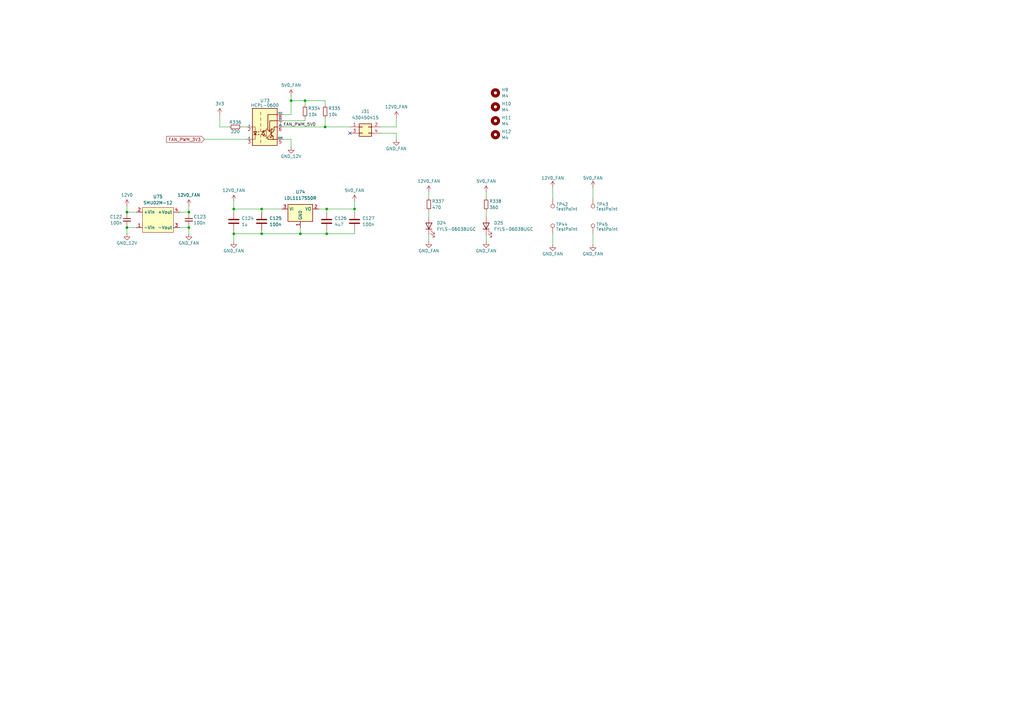
<source format=kicad_sch>
(kicad_sch (version 20231120) (generator "eeschema") (generator_version "8.0")
  (paper "A3")
  (lib_symbols
    (symbol "Connector:TestPoint" (pin_numbers hide) (pin_names (offset 0.762) hide)
      (property "Reference" "TP" (at 0 6.858 0))
      (property "Value" "TestPoint" (at 0 5.08 0))
      (symbol "TestPoint_0_1"
        (circle (center 0 3.302) (radius 0.762))
      )
      (symbol "TestPoint_1_1"
        (pin passive line (at 0 0 90) (length 2.54) (name "1") (number "1"))
      )
    )
    (symbol "Connector_Generic:Conn_02x02_Odd_Even" (pin_names (offset 1.016) hide)
      (property "Reference" "J" (at 1.27 2.54 0))
      (property "Value" "Conn_02x02_Odd_Even" (at 1.27 -5.08 0))
      (symbol "Conn_02x02_Odd_Even_1_1"
        (rectangle (start -1.27 -2.413) (end 0 -2.667) (stroke (width 0.1524)))
        (rectangle (start -1.27 0.127) (end 0 -0.127) (stroke (width 0.1524)))
        (rectangle (start -1.27 1.27) (end 3.81 -3.81) (stroke (width 0.254)) (fill (type background)))
        (rectangle (start 3.81 -2.413) (end 2.54 -2.667) (stroke (width 0.1524)))
        (rectangle (start 3.81 0.127) (end 2.54 -0.127) (stroke (width 0.1524)))
        (pin passive line (at -5.08 0 0) (length 3.81) (name "Pin_1") (number "1"))
        (pin passive line (at 7.62 0 180) (length 3.81) (name "Pin_2") (number "2"))
        (pin passive line (at -5.08 -2.54 0) (length 3.81) (name "Pin_3") (number "3"))
        (pin passive line (at 7.62 -2.54 180) (length 3.81) (name "Pin_4") (number "4"))
      )
    )
    (symbol "Device:C" (pin_numbers hide) (pin_names (offset 0.254))
      (property "Reference" "C" (at 0.635 2.54 0))
      (property "Value" "C" (at 0.635 -2.54 0))
      (symbol "C_0_1"
        (polyline (pts (xy -2.032 -0.762) (xy 2.032 -0.762)) (stroke (width 0.508)))
        (polyline (pts (xy -2.032 0.762) (xy 2.032 0.762)) (stroke (width 0.508)))
      )
      (symbol "C_1_1"
        (pin passive line (at 0 3.81 270) (length 2.794) (name "~") (number "1"))
        (pin passive line (at 0 -3.81 90) (length 2.794) (name "~") (number "2"))
      )
    )
    (symbol "Device:C_Small" (pin_numbers hide) (pin_names (offset 0.254) hide)
      (property "Reference" "C" (at 0.254 1.778 0))
      (property "Value" "C_Small" (at 0.254 -2.032 0))
      (symbol "C_Small_0_1"
        (polyline (pts (xy -1.524 -0.508) (xy 1.524 -0.508)) (stroke (width 0.3302)))
        (polyline (pts (xy -1.524 0.508) (xy 1.524 0.508)) (stroke (width 0.3048)))
      )
      (symbol "C_Small_1_1"
        (pin passive line (at 0 2.54 270) (length 2.032) (name "~") (number "1"))
        (pin passive line (at 0 -2.54 90) (length 2.032) (name "~") (number "2"))
      )
    )
    (symbol "Device:LED" (pin_numbers hide) (pin_names (offset 1.016) hide)
      (property "Reference" "D" (at 0 2.54 0))
      (property "Value" "LED" (at 0 -2.54 0))
      (symbol "LED_0_1"
        (polyline (pts (xy -1.27 -1.27) (xy -1.27 1.27)) (stroke (width 0.254)))
        (polyline (pts (xy -1.27 0) (xy 1.27 0)))
        (polyline (pts (xy 1.27 -1.27) (xy 1.27 1.27) (xy -1.27 0) (xy 1.27 -1.27)) (stroke (width 0.254)))
        (polyline (pts (xy -3.048 -0.762) (xy -4.572 -2.286) (xy -3.81 -2.286) (xy -4.572 -2.286) (xy -4.572 -1.524)))
        (polyline (pts (xy -1.778 -0.762) (xy -3.302 -2.286) (xy -2.54 -2.286) (xy -3.302 -2.286) (xy -3.302 -1.524)))
      )
      (symbol "LED_1_1"
        (pin passive line (at -3.81 0 0) (length 2.54) (name "K") (number "1"))
        (pin passive line (at 3.81 0 180) (length 2.54) (name "A") (number "2"))
      )
    )
    (symbol "Device:R_Small" (pin_numbers hide) (pin_names (offset 0.254) hide)
      (property "Reference" "R" (at 0.762 0.508 0))
      (property "Value" "R_Small" (at 0.762 -1.016 0))
      (symbol "R_Small_0_1"
        (rectangle (start -0.762 1.778) (end 0.762 -1.778) (stroke (width 0.2032)))
      )
      (symbol "R_Small_1_1"
        (pin passive line (at 0 2.54 270) (length 0.762) (name "~") (number "1"))
        (pin passive line (at 0 -2.54 90) (length 0.762) (name "~") (number "2"))
      )
    )
    (symbol "Isolator:HCPL-0600" (pin_names (offset 0))
      (property "Reference" "U" (at -4.064 8.89 0))
      (property "Value" "HCPL-0600" (at 0.254 -9.144 0))
      (symbol "HCPL-0600_0_1"
        (polyline (pts (xy 2.667 -3.556) (xy 2.667 -1.651)) (stroke (width 0.254)))
        (polyline (pts (xy 2.667 -2.159) (xy 2.667 -2.921)) (stroke (width 0.254)))
        (polyline (pts (xy 3.429 -3.937) (xy 3.429 -5.08)) (stroke (width 0.254)))
        (polyline (pts (xy -0.635 -3.302) (xy -0.635 -3.683) (xy 0.635 -3.683)) (stroke (width 0.254)))
        (polyline (pts (xy -0.635 -1.905) (xy -0.635 -1.524) (xy 0.508 -1.524)) (stroke (width 0.254)))
        (polyline (pts (xy 1.27 -4.064) (xy 1.27 -5.08) (xy 5.08 -5.08)) (stroke (width 0.254)))
        (polyline (pts (xy 1.27 -1.27) (xy 1.27 5.08) (xy 5.08 5.08)) (stroke (width 0.254)))
        (polyline (pts (xy 2.032 -1.27) (xy 2.032 2.54) (xy 5.08 2.54)) (stroke (width 0.254)))
        (polyline (pts (xy -5.08 -5.08) (xy -3.937 -5.08) (xy -3.937 0) (xy -5.08 0)))
        (polyline (pts (xy 2.667 -3.302) (xy 2.667 -4.318) (xy 2.159 -4.318) (xy 2.159 -3.937)) (stroke (width 0.254)))
        (polyline (pts (xy 2.667 -2.667) (xy 0.635 -4.699) (xy 0.635 -0.635) (xy 2.667 -2.667)))
        (polyline (pts (xy 2.667 -1.778) (xy 2.667 -0.762) (xy 3.175 -0.762) (xy 3.175 -1.143)) (stroke (width 0.254)))
        (polyline (pts (xy 2.794 -2.54) (xy 3.81 -1.524) (xy 3.81 0) (xy 5.08 0)) (stroke (width 0.254)))
        (polyline (pts (xy 2.667 -3.175) (xy 3.429 -3.937) (xy 3.302 -3.556) (xy 3.048 -3.81) (xy 3.429 -3.937)) (stroke (width 0.254)))
        (circle (center 2.032 -1.524) (radius 0.254) (stroke (width 0.254)))
      )
      (symbol "HCPL-0600_1_1"
        (rectangle (start -5.08 7.62) (end 5.08 -7.62) (stroke (width 0.254)) (fill (type background)))
        (polyline (pts (xy -4.572 -3.175) (xy -3.302 -3.175)) (stroke (width 0.254)))
        (polyline (pts (xy -1.651 -5.334) (xy -1.651 -6.604)))
        (polyline (pts (xy -1.651 -3.048) (xy -1.651 -4.318)))
        (polyline (pts (xy -1.651 -0.762) (xy -1.651 -2.032)))
        (polyline (pts (xy -1.651 1.524) (xy -1.651 0.254)))
        (polyline (pts (xy -1.651 3.81) (xy -1.651 2.54)))
        (polyline (pts (xy -1.651 6.096) (xy -1.651 4.826)))
        (polyline (pts (xy -1.27 -1.905) (xy 0 -1.905)) (stroke (width 0.254)))
        (polyline (pts (xy -3.937 -3.175) (xy -4.572 -1.905) (xy -3.302 -1.905) (xy -3.937 -3.175)) (stroke (width 0.254)))
        (polyline (pts (xy -0.635 -1.905) (xy -1.27 -3.175) (xy 0 -3.175) (xy -0.635 -1.905)) (stroke (width 0.254)))
        (polyline (pts (xy -2.921 -3.048) (xy -2.159 -3.048) (xy -2.54 -3.175) (xy -2.54 -2.921) (xy -2.159 -3.048)) (stroke (width 0.127)))
        (polyline (pts (xy -2.921 -2.032) (xy -2.159 -2.032) (xy -2.54 -2.159) (xy -2.54 -1.905) (xy -2.159 -2.032)) (stroke (width 0.127)))
        (pin no_connect line (at -5.08 5.08 0) (length 2.54) hide (name "NC") (number "1"))
        (pin passive line (at -7.62 0 0) (length 2.54) (name "A") (number "2"))
        (pin passive line (at -7.62 -5.08 0) (length 2.54) (name "C") (number "3"))
        (pin power_in line (at 7.62 -5.08 180) (length 2.54) (name "GND") (number "5"))
        (pin open_collector line (at 7.62 0 180) (length 2.54) (name "VO") (number "6"))
        (pin input line (at 7.62 2.54 180) (length 2.54) (name "EN") (number "7"))
        (pin power_in line (at 7.62 5.08 180) (length 2.54) (name "VCC") (number "8"))
      )
    )
    (symbol "Mechanical:MountingHole" (pin_names (offset 1.016)) (exclude_from_sim yes) (in_bom no)
      (property "Reference" "H" (at 0 5.08 0))
      (property "Value" "MountingHole" (at 0 3.175 0))
      (symbol "MountingHole_0_1"
        (circle (center 0 0) (radius 1.27) (stroke (width 1.27)))
      )
    )
    (symbol "Regulator_Linear:LD1117S33TR_SOT223"
      (property "Reference" "U" (at -3.81 3.175 0))
      (property "Value" "LD1117S33TR_SOT223" (at 0 3.175 0))
      (symbol "LD1117S33TR_SOT223_0_1"
        (rectangle (start -5.08 -5.08) (end 5.08 1.905) (stroke (width 0.254)) (fill (type background)))
      )
      (symbol "LD1117S33TR_SOT223_1_1"
        (pin power_in line (at 0 -7.62 90) (length 2.54) (name "GND") (number "1"))
        (pin power_out line (at 7.62 0 180) (length 2.54) (name "VO") (number "2"))
        (pin power_in line (at -7.62 0 0) (length 2.54) (name "VI") (number "3"))
      )
    )
    (symbol "power:+12V" (power) (pin_numbers hide) (pin_names (offset 0) hide)
      (property "Value" "+12V" (at 0 3.556 0))
      (symbol "+12V_0_1"
        (polyline (pts (xy -0.762 1.27) (xy 0 2.54)))
        (polyline (pts (xy 0 0) (xy 0 2.54)))
        (polyline (pts (xy 0 2.54) (xy 0.762 1.27)))
      )
      (symbol "+12V_1_1"
        (pin power_in line (at 0 0 90) (length 0) (name "~") (number "1"))
      )
    )
    (symbol "power:+5V" (power) (pin_numbers hide) (pin_names (offset 0) hide)
      (property "Value" "+5V" (at 0 3.556 0))
      (symbol "+5V_0_1"
        (polyline (pts (xy -0.762 1.27) (xy 0 2.54)))
        (polyline (pts (xy 0 0) (xy 0 2.54)))
        (polyline (pts (xy 0 2.54) (xy 0.762 1.27)))
      )
      (symbol "+5V_1_1"
        (pin power_in line (at 0 0 90) (length 0) (name "~") (number "1"))
      )
    )
    (symbol "power:GND" (power) (pin_numbers hide) (pin_names (offset 0) hide)
      (property "Value" "GND" (at 0 -3.81 0))
      (symbol "GND_0_1"
        (polyline (pts (xy 0 0) (xy 0 -1.27) (xy 1.27 -1.27) (xy 0 -2.54) (xy -1.27 -1.27) (xy 0 -1.27)))
      )
      (symbol "GND_1_1"
        (pin power_in line (at 0 0 270) (length 0) (name "~") (number "1"))
      )
    )
    (symbol "user_lib:SMU02M-12"
      (property "Reference" "U" (at 0 -4.572 0))
      (property "Value" "SMU02M-12" (at 0 -4.572 0))
      (symbol "SMU02M-12_1_1"
        (rectangle (start -6.35 6.985) (end 6.35 -3.175) (fill (type background)))
        (pin input line (at -8.89 -1.27 0) (length 2.54) (name "-Vin") (number "1"))
        (pin input line (at -8.89 5.08 0) (length 2.54) (name "+Vin") (number "2"))
        (pin input line (at 8.89 -1.27 180) (length 2.54) (name "-Vout") (number "3"))
        (pin input line (at 8.89 5.08 180) (length 2.54) (name "+Vout") (number "4"))
      )
    )
  )
  (junction (at 52.07 93.345))
  (junction (at 145.415 85.725))
  (junction (at 107.315 95.885))
  (junction (at 125.095 41.275))
  (junction (at 77.47 93.345))
  (junction (at 95.885 95.885))
  (junction (at 107.315 85.725))
  (junction (at 133.985 85.725))
  (junction (at 123.19 95.885))
  (junction (at 77.47 86.995))
  (junction (at 95.885 85.725))
  (junction (at 133.35 52.07))
  (junction (at 52.07 86.995))
  (junction (at 119.38 41.275))
  (junction (at 133.985 95.885))
  (no_connect (at 143.51 54.61))
  (wire (pts (xy 95.885 99.06) (xy 95.885 95.885)))
  (wire (pts (xy 90.17 46.99) (xy 90.17 52.07)))
  (wire (pts (xy 52.07 84.455) (xy 52.07 86.995)))
  (wire (pts (xy 95.885 85.725) (xy 107.315 85.725)))
  (wire (pts (xy 199.39 96.52) (xy 199.39 99.06)))
  (wire (pts (xy 162.56 52.07) (xy 162.56 48.26)))
  (wire (pts (xy 145.415 94.615) (xy 145.415 95.885)))
  (wire (pts (xy 133.985 95.885) (xy 133.985 94.615)))
  (wire (pts (xy 77.47 93.345) (xy 77.47 95.885)))
  (wire (pts (xy 95.885 85.725) (xy 95.885 86.995)))
  (wire (pts (xy 95.885 82.55) (xy 95.885 85.725)))
  (wire (pts (xy 107.315 95.885) (xy 123.19 95.885)))
  (wire (pts (xy 199.39 86.36) (xy 199.39 88.9)))
  (wire (pts (xy 133.985 85.725) (xy 133.985 86.995)))
  (wire (pts (xy 77.47 92.71) (xy 77.47 93.345)))
  (wire (pts (xy 133.35 52.07) (xy 143.51 52.07)))
  (wire (pts (xy 125.095 41.275) (xy 119.38 41.275)))
  (wire (pts (xy 119.38 41.275) (xy 119.38 46.99)))
  (wire (pts (xy 107.315 85.725) (xy 115.57 85.725)))
  (wire (pts (xy 116.205 49.53) (xy 125.095 49.53)))
  (wire (pts (xy 226.695 81.28) (xy 226.695 76.835)))
  (wire (pts (xy 52.07 93.345) (xy 52.07 95.885)))
  (wire (pts (xy 175.895 78.74) (xy 175.895 81.28)))
  (wire (pts (xy 226.695 95.885) (xy 226.695 100.33)))
  (wire (pts (xy 133.35 43.18) (xy 133.35 41.275)))
  (wire (pts (xy 162.56 54.61) (xy 162.56 57.15)))
  (wire (pts (xy 123.19 95.885) (xy 133.985 95.885)))
  (wire (pts (xy 100.965 52.07) (xy 99.06 52.07)))
  (wire (pts (xy 52.07 86.995) (xy 52.07 87.63)))
  (wire (pts (xy 133.35 41.275) (xy 125.095 41.275)))
  (wire (pts (xy 156.21 54.61) (xy 162.56 54.61)))
  (wire (pts (xy 116.205 57.15) (xy 119.38 57.15)))
  (wire (pts (xy 83.82 57.15) (xy 100.965 57.15)))
  (wire (pts (xy 175.895 86.36) (xy 175.895 88.9)))
  (wire (pts (xy 130.81 85.725) (xy 133.985 85.725)))
  (wire (pts (xy 243.205 95.885) (xy 243.205 100.33)))
  (wire (pts (xy 93.98 52.07) (xy 90.17 52.07)))
  (wire (pts (xy 73.66 93.345) (xy 77.47 93.345)))
  (wire (pts (xy 156.21 52.07) (xy 162.56 52.07)))
  (wire (pts (xy 199.39 78.74) (xy 199.39 81.28)))
  (wire (pts (xy 107.315 94.615) (xy 107.315 95.885)))
  (wire (pts (xy 175.895 96.52) (xy 175.895 99.06)))
  (wire (pts (xy 52.07 92.71) (xy 52.07 93.345)))
  (wire (pts (xy 73.66 86.995) (xy 77.47 86.995)))
  (wire (pts (xy 95.885 95.885) (xy 107.315 95.885)))
  (wire (pts (xy 119.38 57.15) (xy 119.38 60.325)))
  (wire (pts (xy 145.415 82.55) (xy 145.415 85.725)))
  (wire (pts (xy 55.88 86.995) (xy 52.07 86.995)))
  (wire (pts (xy 125.095 48.26) (xy 125.095 49.53)))
  (wire (pts (xy 107.315 85.725) (xy 107.315 86.995)))
  (wire (pts (xy 145.415 85.725) (xy 145.415 86.995)))
  (wire (pts (xy 116.205 52.07) (xy 133.35 52.07)))
  (wire (pts (xy 243.205 81.28) (xy 243.205 76.835)))
  (wire (pts (xy 95.885 95.885) (xy 95.885 94.615)))
  (wire (pts (xy 133.985 95.885) (xy 145.415 95.885)))
  (wire (pts (xy 119.38 39.37) (xy 119.38 41.275)))
  (wire (pts (xy 123.19 95.885) (xy 123.19 93.345)))
  (wire (pts (xy 133.985 85.725) (xy 145.415 85.725)))
  (wire (pts (xy 125.095 43.18) (xy 125.095 41.275)))
  (wire (pts (xy 77.47 86.995) (xy 77.47 84.455)))
  (wire (pts (xy 119.38 46.99) (xy 116.205 46.99)))
  (wire (pts (xy 133.35 48.26) (xy 133.35 52.07)))
  (wire (pts (xy 77.47 86.995) (xy 77.47 87.63)))
  (wire (pts (xy 55.88 93.345) (xy 52.07 93.345)))
  (label "FAN_PWM_5V0" (at 116.205 52.07 0))
  (global_label "FAN_PWM_3V3" (shape input) (at 83.82 57.15 180) (property "Intersheetrefs" "${INTERSHEET_REFS}" (effects (hide yes))))
  (symbol (lib_id "power:+12V") (at 119.38 39.37 0) (unit 1)
    (property "Reference" "#PWR0283" (effects (hide yes)))
    (property "Value" "5V0_FAN" (at 119.38 34.925 0))
    (property "Description" "Power symbol creates a global label with name \"+12V\"" (effects (hide yes)))
  )
  (symbol (lib_id "Connector:TestPoint") (at 243.205 95.885 0) (unit 1)
    (property "Reference" "TP45" (at 244.475 92.075 0) (effects (justify left)))
    (property "Value" "TestPoint" (at 244.475 93.98 0) (effects (justify left)))
    (property "Footprint" "TestPoint:TestPoint_THTPad_D1.5mm_Drill0.7mm" (effects (hide yes)))
    (property "Description" "test point" (effects (hide yes)))
  )
  (symbol (lib_id "power:+12V") (at 226.695 76.835 0) (unit 1)
    (property "Reference" "#PWR0288" (effects (hide yes)))
    (property "Value" "12V0_FAN" (at 226.695 73.025 0))
    (property "Description" "Power symbol creates a global label with name \"+12V\"" (effects (hide yes)))
  )
  (symbol (lib_id "Device:C") (at 133.985 90.805 0) (unit 1)
    (property "Reference" "C126" (at 137.16 89.535 0) (effects (justify left)))
    (property "Value" "4u7" (at 137.16 92.075 0) (effects (justify left)))
    (property "Footprint" "Capacitor_SMD:C_0603_1608Metric" (effects (hide yes)))
    (property "Ссылка" "https://www.promelec.ru/product/315964/" (effects (hide yes)))
    (property "Цена" "4" (effects (hide yes)))
    (property "Человекопонятное название" "Керамический ЧИП-конденсатор 0603 X5R 4.7мкФ" (effects (hide yes)))
    (property "Мин. кол-во" "200" (effects (hide yes)))
  )
  (symbol (lib_id "Device:R_Small") (at 96.52 52.07 90) (unit 1)
    (property "Reference" "R336" (at 96.52 50.165 90))
    (property "Value" "220" (at 96.52 53.975 90))
    (property "Footprint" "Resistor_SMD:R_0603_1608Metric" (effects (hide yes)))
    (property "Description" "Resistor, small symbol" (effects (hide yes)))
    (property "Мин. кол-во" "100" (effects (hide yes)))
    (property "Ссылка" "https://www.promelec.ru/product/46446/" (effects (hide yes)))
    (property "Цена" "1" (effects (hide yes)))
    (property "Человекопонятное название" "Толстопленочный ЧИП-резистор 0603 220Ом" (effects (hide yes)))
  )
  (symbol (lib_id "Connector:TestPoint") (at 226.695 81.28 180) (unit 1)
    (property "Reference" "TP42" (at 233.045 83.82 0) (effects (justify left)))
    (property "Value" "TestPoint" (at 236.855 85.725 0) (effects (justify left)))
    (property "Footprint" "TestPoint:TestPoint_THTPad_D1.5mm_Drill0.7mm" (effects (hide yes)))
    (property "Description" "test point" (effects (hide yes)))
  )
  (symbol (lib_id "power:GND") (at 199.39 99.06 0) (unit 1)
    (property "Reference" "#PWR0300" (effects (hide yes)))
    (property "Value" "GND_FAN" (at 199.39 102.87 0))
    (property "Description" "Power symbol creates a global label with name \"GND\" , ground" (effects (hide yes)))
  )
  (symbol (lib_id "Device:C_Small") (at 77.47 90.17 0) (unit 1)
    (property "Reference" "C123" (at 79.375 88.9 0) (effects (justify left)))
    (property "Value" "100n" (at 79.375 91.44 0) (effects (justify left)))
    (property "Footprint" "Capacitor_SMD:C_0603_1608Metric" (effects (hide yes)))
    (property "Description" "Unpolarized capacitor, small symbol" (effects (hide yes)))
    (property "Мин. кол-во" "300" (effects (hide yes)))
    (property "Ссылка" "https://www.promelec.ru/product/323633/" (effects (hide yes)))
    (property "Цена" "2" (effects (hide yes)))
    (property "Человекопонятное название" "Керамический ЧИП-конденсатор 0603 X7R 0.1мкФ" (effects (hide yes)))
  )
  (symbol (lib_id "power:GND") (at 175.895 99.06 0) (unit 1)
    (property "Reference" "#PWR0299" (effects (hide yes)))
    (property "Value" "GND_FAN" (at 175.895 102.87 0))
    (property "Description" "Power symbol creates a global label with name \"GND\" , ground" (effects (hide yes)))
  )
  (symbol (lib_id "power:+12V") (at 145.415 82.55 0) (unit 1)
    (property "Reference" "#PWR0293" (effects (hide yes)))
    (property "Value" "5V0_FAN" (at 145.415 78.105 0))
    (property "Description" "Power symbol creates a global label with name \"+12V\"" (effects (hide yes)))
  )
  (symbol (lib_id "power:GND") (at 162.56 57.15 0) (unit 1)
    (property "Reference" "#PWR0286" (effects (hide yes)))
    (property "Value" "GND_FAN" (at 162.56 60.96 0))
    (property "Description" "Power symbol creates a global label with name \"GND\" , ground" (effects (hide yes)))
  )
  (symbol (lib_id "user_lib:SMU02M-12") (at 64.77 92.075 0) (unit 1)
    (property "Reference" "U75" (at 64.77 80.645 0))
    (property "Value" "SMU02M-12" (at 64.77 83.185 0))
    (property "Footprint" "user_lib:SMU02M-12" (effects (hide yes)))
    (property "Мин. кол-во" "2" (effects (hide yes)))
    (property "Ссылка" "https://www.promelec.ru/product/371234/" (effects (hide yes)))
    (property "Цена" "458" (effects (hide yes)))
    (property "Человекопонятное название" "Преобразователь DC/DC, на печатную плату, 2 Вт" (effects (hide yes)))
  )
  (symbol (lib_id "Mechanical:MountingHole") (at 203.2 55.245 0) (unit 1) (exclude_from_sim yes) (in_bom no)
    (property "Reference" "H12" (at 205.74 53.9749 0) (effects (justify left)))
    (property "Value" "M4" (at 205.74 56.5149 0) (effects (justify left)))
    (property "Footprint" "MountingHole:MountingHole_4.3mm_M4_Pad_Via" (effects (hide yes)))
    (property "Description" "Mounting Hole without connection" (effects (hide yes)))
  )
  (symbol (lib_id "Connector:TestPoint") (at 243.205 81.28 180) (unit 1)
    (property "Reference" "TP43" (at 249.555 83.82 0) (effects (justify left)))
    (property "Value" "TestPoint" (at 253.365 85.725 0) (effects (justify left)))
    (property "Footprint" "TestPoint:TestPoint_THTPad_D1.5mm_Drill0.7mm" (effects (hide yes)))
    (property "Description" "test point" (effects (hide yes)))
  )
  (symbol (lib_id "power:GND") (at 77.47 95.885 0) (unit 1)
    (property "Reference" "#PWR0297" (effects (hide yes)))
    (property "Value" "GND_FAN" (at 77.47 99.695 0))
    (property "Description" "Power symbol creates a global label with name \"GND\" , ground" (effects (hide yes)))
  )
  (symbol (lib_id "power:GND") (at 243.205 100.33 0) (unit 1)
    (property "Reference" "#PWR0302" (effects (hide yes)))
    (property "Value" "GND_FAN" (at 243.205 104.14 0))
    (property "Description" "Power symbol creates a global label with name \"GND\" , ground" (effects (hide yes)))
  )
  (symbol (lib_id "Device:R_Small") (at 133.35 45.72 180) (unit 1)
    (property "Reference" "R335" (at 139.7 44.45 0) (effects (justify left)))
    (property "Value" "10k" (at 138.43 46.99 0) (effects (justify left)))
    (property "Footprint" "Resistor_SMD:R_0603_1608Metric" (effects (hide yes)))
    (property "Description" "Resistor, small symbol" (effects (hide yes)))
    (property "Мин. кол-во" "1000" (effects (hide yes)))
    (property "Ссылка" "https://www.promelec.ru/product/344748/" (effects (hide yes)))
    (property "Цена" "1" (effects (hide yes)))
    (property "Человекопонятное название" "Толстопленочный ЧИП-резистор 0603 10кОм" (effects (hide yes)))
  )
  (symbol (lib_id "power:+5V") (at 90.17 46.99 0) (unit 1)
    (property "Reference" "#PWR0284" (effects (hide yes)))
    (property "Value" "3V3" (at 90.17 42.545 0))
    (property "Description" "Power symbol creates a global label with name \"+5V\"" (effects (hide yes)))
  )
  (symbol (lib_id "Connector:TestPoint") (at 226.695 95.885 0) (unit 1)
    (property "Reference" "TP44" (at 227.965 92.075 0) (effects (justify left)))
    (property "Value" "TestPoint" (at 227.965 93.98 0) (effects (justify left)))
    (property "Footprint" "TestPoint:TestPoint_THTPad_D1.5mm_Drill0.7mm" (effects (hide yes)))
    (property "Description" "test point" (effects (hide yes)))
  )
  (symbol (lib_id "Device:R_Small") (at 175.895 83.82 180) (unit 1)
    (property "Reference" "R337" (at 179.705 82.55 0))
    (property "Value" "470" (at 179.07 85.09 0))
    (property "Footprint" "Resistor_SMD:R_0603_1608Metric" (effects (hide yes)))
    (property "Description" "Resistor, small symbol" (effects (hide yes)))
    (property "Мин. кол-во" "100" (effects (hide yes)))
    (property "Ссылка" "https://www.promelec.ru/product/109567/" (effects (hide yes)))
    (property "Цена" "1" (effects (hide yes)))
    (property "Человекопонятное название" "Толстопленочный ЧИП-резистор 0603 470Ом" (effects (hide yes)))
  )
  (symbol (lib_id "power:GND") (at 95.885 99.06 0) (unit 1)
    (property "Reference" "#PWR0298" (effects (hide yes)))
    (property "Value" "GND_FAN" (at 95.885 102.87 0))
    (property "Description" "Power symbol creates a global label with name \"GND\" , ground" (effects (hide yes)))
  )
  (symbol (lib_id "Device:LED") (at 199.39 92.71 90) (unit 1)
    (property "Reference" "D25" (at 202.565 91.44 90) (effects (justify right)))
    (property "Value" "FYLS-0603BUGC" (at 202.565 93.98 90) (effects (justify right)))
    (property "Footprint" "LED_SMD:LED_0603_1608Metric" (effects (hide yes)))
    (property "Description" "Light emitting diode" (effects (hide yes)))
    (property "Мин. кол-во" "3" (effects (hide yes)))
    (property "Ссылка" "https://www.promelec.ru/product/324327/" (effects (hide yes)))
    (property "Цена" "5" (effects (hide yes)))
    (property "Человекопонятное название" "Светодиод smd 1,6х0,8мм/зеленый/568нм/65мкд/прозрачный/130°" (effects (hide yes)))
  )
  (symbol (lib_id "power:GND") (at 52.07 95.885 0) (unit 1)
    (property "Reference" "#PWR0296" (effects (hide yes)))
    (property "Value" "GND_12V" (at 52.07 99.695 0))
    (property "Description" "Power symbol creates a global label with name \"GND\" , ground" (effects (hide yes)))
  )
  (symbol (lib_id "power:+12V") (at 95.885 82.55 0) (unit 1)
    (property "Reference" "#PWR0292" (effects (hide yes)))
    (property "Value" "12V0_FAN" (at 95.885 78.105 0))
    (property "Description" "Power symbol creates a global label with name \"+12V\"" (effects (hide yes)))
  )
  (symbol (lib_id "Device:C_Small") (at 52.07 90.17 0) (mirror y) (unit 1)
    (property "Reference" "C122" (at 50.165 88.9 0) (effects (justify left)))
    (property "Value" "100n" (at 50.165 91.44 0) (effects (justify left)))
    (property "Footprint" "Capacitor_SMD:C_0603_1608Metric" (effects (hide yes)))
    (property "Description" "Unpolarized capacitor, small symbol" (effects (hide yes)))
    (property "Мин. кол-во" "300" (effects (hide yes)))
    (property "Ссылка" "https://www.promelec.ru/product/323633/" (effects (hide yes)))
    (property "Цена" "2" (effects (hide yes)))
    (property "Человекопонятное название" "Керамический ЧИП-конденсатор 0603 X7R 0.1мкФ" (effects (hide yes)))
  )
  (symbol (lib_id "power:+12V") (at 243.205 76.835 0) (unit 1)
    (property "Reference" "#PWR0289" (effects (hide yes)))
    (property "Value" "5V0_FAN" (at 243.205 73.025 0))
    (property "Description" "Power symbol creates a global label with name \"+12V\"" (effects (hide yes)))
  )
  (symbol (lib_id "power:+12V") (at 175.895 78.74 0) (unit 1)
    (property "Reference" "#PWR0290" (effects (hide yes)))
    (property "Value" "12V0_FAN" (at 175.895 74.295 0))
    (property "Description" "Power symbol creates a global label with name \"+12V\"" (effects (hide yes)))
  )
  (symbol (lib_id "Device:C") (at 107.315 90.805 0) (unit 1)
    (property "Reference" "C125" (at 110.49 89.535 0) (effects (justify left)))
    (property "Value" "100n" (at 110.49 92.075 0) (effects (justify left)))
    (property "Footprint" "Capacitor_SMD:C_0603_1608Metric" (effects (hide yes)))
    (property "Ссылка" "https://www.promelec.ru/product/323633/" (effects (hide yes)))
    (property "Цена" "2" (effects (hide yes)))
    (property "Человекопонятное название" "Керамический ЧИП-конденсатор 0603 X7R 0.1мкФ" (effects (hide yes)))
    (property "Мин. кол-во" "300" (effects (hide yes)))
  )
  (symbol (lib_id "Mechanical:MountingHole") (at 203.2 38.1 0) (unit 1) (exclude_from_sim yes) (in_bom no)
    (property "Reference" "H9" (at 205.74 36.8299 0) (effects (justify left)))
    (property "Value" "M4" (at 205.74 39.3699 0) (effects (justify left)))
    (property "Footprint" "MountingHole:MountingHole_4.3mm_M4_Pad_Via" (effects (hide yes)))
    (property "Description" "Mounting Hole without connection" (effects (hide yes)))
  )
  (symbol (lib_id "power:GND") (at 119.38 60.325 0) (unit 1)
    (property "Reference" "#PWR0287" (effects (hide yes)))
    (property "Value" "GND_12V" (at 119.38 64.135 0))
    (property "Description" "Power symbol creates a global label with name \"GND\" , ground" (effects (hide yes)))
  )
  (symbol (lib_id "power:+12V") (at 199.39 78.74 0) (unit 1)
    (property "Reference" "#PWR0291" (effects (hide yes)))
    (property "Value" "5V0_FAN" (at 199.39 74.295 0))
    (property "Description" "Power symbol creates a global label with name \"+12V\"" (effects (hide yes)))
  )
  (symbol (lib_id "Isolator:HCPL-0600") (at 108.585 52.07 0) (unit 1)
    (property "Reference" "U73" (at 106.68 41.275 0) (effects (justify left)))
    (property "Value" "HCPL-0600" (at 102.87 43.18 0) (effects (justify left)))
    (property "Footprint" "Package_SO:SO-8_3.9x4.9mm_P1.27mm" (effects (hide yes)))
    (property "Datasheet" "https://docs.broadcom.com/docs/AV02-0940EN" (effects (hide yes)))
    (property "Description" "Single High Speed LSTTL/TTL Compatible Optocoupler with enable, dV/dt 5000/us, VCM 1000, max 7V VCC, SOIC-8" (effects (hide yes)))
    (property "Мин. кол-во" "1" (effects (hide yes)))
    (property "Ссылка" "https://energoflot.ru/item/HCPL-0600-500E" (effects (hide yes)))
    (property "Цена" "133" (effects (hide yes)))
    (property "Человекопонятное название" "Быстродействующая оптопара" (effects (hide yes)))
  )
  (symbol (lib_id "Regulator_Linear:LD1117S33TR_SOT223") (at 123.19 85.725 0) (unit 1)
    (property "Reference" "U74" (at 123.19 78.74 0))
    (property "Value" "LDL1117S50R" (at 123.19 81.28 0))
    (property "Footprint" "Package_TO_SOT_SMD:SOT-223-3_TabPin2" (effects (hide yes)))
    (property "Datasheet" "http://www.st.com/st-web-ui/static/active/en/resource/technical/document/datasheet/CD00000544.pdf" (effects (hide yes)))
    (property "Ссылка" "https://www.promelec.ru/product/429208/" (effects (hide yes)))
    (property "Цена" "37" (effects (hide yes)))
    (property "Человекопонятное название" "Линейный стабилизатор с низким падением напряжения положительной полярности" (effects (hide yes)))
    (property "Мин. кол-во" "14" (effects (hide yes)))
  )
  (symbol (lib_id "power:+12V") (at 162.56 48.26 0) (unit 1)
    (property "Reference" "#PWR0285" (effects (hide yes)))
    (property "Value" "12V0_FAN" (at 162.56 43.815 0))
    (property "Description" "Power symbol creates a global label with name \"+12V\"" (effects (hide yes)))
  )
  (symbol (lib_id "power:+12V") (at 77.47 84.455 0) (unit 1)
    (property "Reference" "#PWR0295" (effects (hide yes)))
    (property "Value" "12V0_FAN" (at 77.47 80.01 0))
    (property "Description" "Power symbol creates a global label with name \"+12V\"" (effects (hide yes)))
  )
  (symbol (lib_id "Device:R_Small") (at 125.095 45.72 180) (unit 1)
    (property "Reference" "R334" (at 131.445 44.45 0) (effects (justify left)))
    (property "Value" "10k" (at 130.175 46.99 0) (effects (justify left)))
    (property "Footprint" "Resistor_SMD:R_0603_1608Metric" (effects (hide yes)))
    (property "Description" "Resistor, small symbol" (effects (hide yes)))
    (property "Мин. кол-во" "1000" (effects (hide yes)))
    (property "Ссылка" "https://www.promelec.ru/product/344748/" (effects (hide yes)))
    (property "Цена" "1" (effects (hide yes)))
    (property "Человекопонятное название" "Толстопленочный ЧИП-резистор 0603 10кОм" (effects (hide yes)))
  )
  (symbol (lib_id "Device:LED") (at 175.895 92.71 90) (unit 1)
    (property "Reference" "D24" (at 179.07 91.44 90) (effects (justify right)))
    (property "Value" "FYLS-0603BUGC" (at 179.07 93.98 90) (effects (justify right)))
    (property "Footprint" "LED_SMD:LED_0603_1608Metric" (effects (hide yes)))
    (property "Description" "Light emitting diode" (effects (hide yes)))
    (property "Мин. кол-во" "3" (effects (hide yes)))
    (property "Ссылка" "https://www.promelec.ru/product/324327/" (effects (hide yes)))
    (property "Цена" "5" (effects (hide yes)))
    (property "Человекопонятное название" "Светодиод smd 1,6х0,8мм/зеленый/568нм/65мкд/прозрачный/130°" (effects (hide yes)))
  )
  (symbol (lib_id "Device:C") (at 145.415 90.805 0) (unit 1)
    (property "Reference" "C127" (at 148.59 89.535 0) (effects (justify left)))
    (property "Value" "100n" (at 148.59 92.075 0) (effects (justify left)))
    (property "Footprint" "Capacitor_SMD:C_0603_1608Metric" (effects (hide yes)))
    (property "Ссылка" "https://www.promelec.ru/product/323633/" (effects (hide yes)))
    (property "Цена" "2" (effects (hide yes)))
    (property "Человекопонятное название" "Керамический ЧИП-конденсатор 0603 X7R 0.1мкФ" (effects (hide yes)))
    (property "Мин. кол-во" "300" (effects (hide yes)))
  )
  (symbol (lib_id "Mechanical:MountingHole") (at 203.2 43.815 0) (unit 1) (exclude_from_sim yes) (in_bom no)
    (property "Reference" "H10" (at 205.74 42.5449 0) (effects (justify left)))
    (property "Value" "M4" (at 205.74 45.0849 0) (effects (justify left)))
    (property "Footprint" "MountingHole:MountingHole_4.3mm_M4_Pad_Via" (effects (hide yes)))
    (property "Description" "Mounting Hole without connection" (effects (hide yes)))
  )
  (symbol (lib_id "Connector_Generic:Conn_02x02_Odd_Even") (at 148.59 52.07 0) (unit 1)
    (property "Reference" "J31" (at 149.86 45.72 0))
    (property "Value" "430450415" (at 149.86 48.26 0))
    (property "Footprint" "user_lib:430450415" (effects (hide yes)))
    (property "Description" "Generic connector, double row, 02x02, odd/even pin numbering scheme (row 1 odd numbers, row 2 even numbers), script generated (kicad-library-utils/schlib/autogen/connector/)" (effects (hide yes)))
    (property "Мин. кол-во" "6" (effects (hide yes)))
    (property "Ссылка" "https://www.promelec.ru/product/474679/" (effects (hide yes)))
    (property "Цена" "87" (effects (hide yes)))
    (property "Человекопонятное название" "Разъем типа провод-плата, 3 мм, 4 контакт(-ов)" (effects (hide yes)))
  )
  (symbol (lib_id "power:+12V") (at 52.07 84.455 0) (unit 1)
    (property "Reference" "#PWR0294" (effects (hide yes)))
    (property "Value" "12V0" (at 52.07 80.01 0))
    (property "Description" "Power symbol creates a global label with name \"+12V\"" (effects (hide yes)))
  )
  (symbol (lib_id "Device:R_Small") (at 199.39 83.82 180) (unit 1)
    (property "Reference" "R338" (at 203.2 82.55 0))
    (property "Value" "360" (at 202.565 85.09 0))
    (property "Footprint" "Resistor_SMD:R_0603_1608Metric" (effects (hide yes)))
    (property "Description" "Resistor, small symbol" (effects (hide yes)))
    (property "Мин. кол-во" "100" (effects (hide yes)))
    (property "Ссылка" "https://www.promelec.ru/product/46471/" (effects (hide yes)))
    (property "Цена" "1" (effects (hide yes)))
    (property "Человекопонятное название" "Толстопленочный ЧИП-резистор 0603 360Ом" (effects (hide yes)))
  )
  (symbol (lib_id "Device:C") (at 95.885 90.805 0) (unit 1)
    (property "Reference" "C124" (at 99.06 89.535 0) (effects (justify left)))
    (property "Value" "1u" (at 99.06 92.075 0) (effects (justify left)))
    (property "Footprint" "Capacitor_SMD:C_0603_1608Metric" (effects (hide yes)))
    (property "Ссылка" "https://www.promelec.ru/product/334556/" (effects (hide yes)))
    (property "Цена" "1" (effects (hide yes)))
    (property "Человекопонятное название" "Керамический ЧИП-конденсатор 0603 X7R 1мкФ" (effects (hide yes)))
    (property "Мин. кол-во" "200" (effects (hide yes)))
  )
  (symbol (lib_id "Mechanical:MountingHole") (at 203.2 49.53 0) (unit 1) (exclude_from_sim yes) (in_bom no)
    (property "Reference" "H11" (at 205.74 48.2599 0) (effects (justify left)))
    (property "Value" "M4" (at 205.74 50.7999 0) (effects (justify left)))
    (property "Footprint" "MountingHole:MountingHole_4.3mm_M4_Pad_Via" (effects (hide yes)))
    (property "Description" "Mounting Hole without connection" (effects (hide yes)))
  )
  (symbol (lib_id "power:GND") (at 226.695 100.33 0) (unit 1)
    (property "Reference" "#PWR0301" (effects (hide yes)))
    (property "Value" "GND_FAN" (at 226.695 104.14 0))
    (property "Description" "Power symbol creates a global label with name \"GND\" , ground" (effects (hide yes)))
  )
)
</source>
